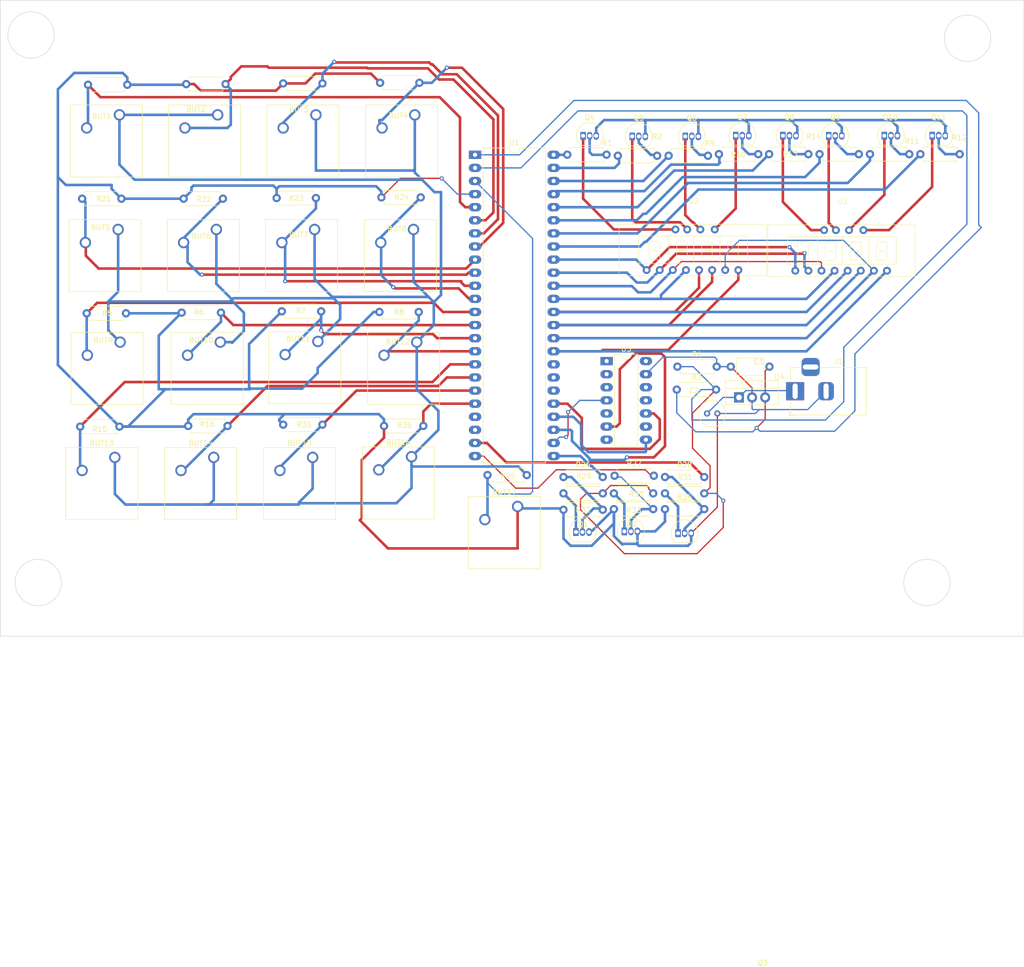
<source format=kicad_pcb>
(kicad_pcb (version 20221018) (generator pcbnew)
  (layers (0 "F.Cu" signal) (31 "B.Cu" signal) (34 "B.Paste" user) (35 "F.Paste" user) (36 "B.SilkS" user "B.Silkscreen") (37 "F.SilkS" user "F.Silkscreen") (38 "B.Mask" user) (39 "F.Mask" user) (44 "Edge.Cuts" user))
  (net 0 "")
  (net 1 "DP")
  (net 2 "CC")
  (net 3 "T4")
  (net 4 "CB")
  (net 5 "T3")
  (net 6 "T2")
  (net 7 "CA")
  (net 8 "T1")
  (net 9 "CE")
  (net 10 "CD")
  (net 11 "CG")
  (net 12 "T8")
  (net 13 "T7")
  (net 14 "T6")
  (net 15 "CF")
  (net 16 "T5")
  (net 17 "GND")
  (net 18 "B12")
  (net 19 "S3")
  (net 20 "Net-(Q6-B)")
  (net 21 "S4")
  (net 22 "Net-(Q7-B)")
  (net 23 "S7")
  (net 24 "Net-(Q10-B)")
  (net 25 "S8")
  (net 26 "Net-(Q11-B)")
  (net 27 "S5")
  (net 28 "Net-(Q8-B)")
  (net 29 "S6")
  (net 30 "Net-(Q9-B)")
  (net 31 "B14")
  (net 32 "B1")
  (net 33 "B13")
  (net 34 "B2")
  (net 35 "B3")
  (net 36 "B4")
  (net 37 "B5")
  (net 38 "B6")
  (net 39 "B7")
  (net 40 "B8")
  (net 41 "RST")
  (net 42 "VCC3V3")
  (net 43 "Net-(Q1-B)")
  (net 44 "LED A")
  (net 45 "Net-(Q2-B)")
  (net 46 "LED B")
  (net 47 "Net-(Q3-B)")
  (net 48 "LED C")
  (net 49 "Net-(Q1-C)")
  (net 50 "3.3V")
  (net 51 "Net-(Q2-C)")
  (net 52 "Net-(Q3-C)")
  (net 53 "B15")
  (net 54 "B10")
  (net 55 "B16")
  (net 56 "S1")
  (net 57 "Net-(Q4-B)")
  (net 58 "S2")
  (net 59 "Net-(Q5-B)")
  (net 60 "VCC")
  (net 61 "B9")
  (net 62 "B11")
  (net 63 "Net-(Q10-E)")
  (net 64 "Net-(U4-VI)")
  (net 65 "3V3")
  (net 66 "TMS")
  (net 67 "TCK")
  (net 68 "TDO")
  (net 69 "TDI")
  (net 72 "RX")
  (net 73 "TX")
  (footprint "Resistor_THT:R_Axial_DIN0207_L6.3mm_D2.5mm_P7.62mm_Horizontal" (layer "F.Cu") (at 151.511 133.477)
    (fp_text reference "R32")
    (fp_text value "10K")
  )
  (footprint "Resistor_THT:R_Axial_DIN0207_L6.3mm_D2.5mm_P7.62mm_Horizontal" (layer "F.Cu") (at 136.779 126.746)
    (fp_text reference "R25")
    (fp_text value "10k")
  )
  (footprint "Package_TO_SOT_THT:TO-92_Inline" (layer "F.Cu") (at 155.321 60.96)
    (fp_text reference "Q4")
    (fp_text value "BC557")
  )
  (footprint "Resistor_THT:R_Axial_DIN0207_L6.3mm_D2.5mm_P7.62mm_Horizontal" (layer "F.Cu") (at 171.196 133.35)
    (fp_text reference "R34")
    (fp_text value "10K")
  )
  (footprint "Package_TO_SOT_THT:TO-92_Inline" (layer "F.Cu") (at 173.736 138.028)
    (fp_text reference "Q3")
    (fp_text value "BC547")
  )
  (footprint "Resistor_THT:R_Axial_DIN0207_L6.3mm_D2.5mm_P7.62mm_Horizontal" (layer "F.Cu") (at 78.74 117.221)
    (fp_text reference "R16")
    (fp_text value "10k" hide)
  )
  (footprint "Package_TO_SOT_THT:TO-92_Inline" (layer "F.Cu") (at 175.133 61.066)
    (fp_text reference "Q6")
    (fp_text value "BC557")
  )
  (footprint "Resistor_THT:R_Axial_DIN0207_L6.3mm_D2.5mm_P7.62mm_Horizontal" (layer "F.Cu") (at 161.29 130.302)
    (fp_text reference "R30")
    (fp_text value "10K")
  )
  (footprint "Package_TO_SOT_THT:TO-92_Inline" (layer "F.Cu") (at 223.012 60.939)
    (fp_text reference "Q11")
    (fp_text value "BC557")
  )
  (footprint "Package_TO_SOT_THT:TO-92_Inline" (layer "F.Cu") (at 194.056 60.939)
    (fp_text reference "Q8")
    (fp_text value "BC557")
  )
  (footprint "Button_Switch_Keyboard:SW_Cherry_MX_1.00u_PCB" (layer "F.Cu") (at 122.047 123.19)
    (fp_text reference "BUT16")
    (fp_text value "SW_Push")
  )
  (footprint "Button_Switch_Keyboard:SW_Cherry_MX_1.00u_PCB" (layer "F.Cu") (at 103.886 100.838)
    (fp_text reference "BUT11")
    (fp_text value "SW_Push")
  )
  (footprint "Button_Switch_Keyboard:SW_Cherry_MX_1.00u_PCB" (layer "F.Cu") (at 64.516 123.317)
    (fp_text reference "BUT13")
    (fp_text value "SW_Push")
  )
  (footprint "Resistor_THT:R_Axial_DIN0207_L6.3mm_D2.5mm_P7.62mm_Horizontal" (layer "F.Cu") (at 161.417 126.873)
    (fp_text reference "R27")
    (fp_text value "100R")
  )
  (footprint "Resistor_THT:R_Axial_DIN0207_L6.3mm_D2.5mm_P7.62mm_Horizontal" (layer "F.Cu") (at 201.168 64.516)
    (fp_text reference "R14")
    (fp_text value "100R")
  )
  (footprint "Resistor_THT:R_Axial_DIN0207_L6.3mm_D2.5mm_P7.62mm_Horizontal" (layer "F.Cu") (at 65.786 73.152 180)
    (fp_text reference "R21")
    (fp_text value "10k" hide)
  )
  (footprint "Resistor_THT:R_Axial_DIN0207_L6.3mm_D2.5mm_P7.62mm_Horizontal" (layer "F.Cu") (at 173.609 105.7225)
    (fp_text reference "R4")
    (fp_text value "2K")
  )
  (footprint "Button_Switch_Keyboard:SW_Cherry_MX_1.00u_PCB" (layer "F.Cu") (at 84.201 79.121)
    (fp_text reference "BUT6")
    (fp_text value "SW_Push")
  )
  (footprint "Package_TO_SOT_THT:TO-220-3_Vertical" (layer "F.Cu") (at 185.547 111.6915)
    (fp_text reference "U4")
    (fp_text value "LM7805")
  )
  (footprint "Package_TO_SOT_THT:TO-92_Inline" (layer "F.Cu") (at 153.924 137.795)
    (fp_text reference "Q1")
    (fp_text value "BC547")
  )
  (footprint "Package_DIP:DIP-14_W7.62mm_LongPads" (layer "F.Cu") (at 159.878 104.643)
    (fp_text reference "U5")
    (fp_text value "~")
  )
  (footprint "Resistor_THT:R_Axial_DIN0207_L6.3mm_D2.5mm_P7.62mm_Horizontal" (layer "F.Cu") (at 77.851 73.152)
    (fp_text reference "R22")
    (fp_text value "10k" hide)
  )
  (footprint "Button_Switch_Keyboard:SW_Cherry_MX_1.00u_PCB" (layer "F.Cu") (at 142.621 132.842)
    (fp_text reference "BUT17")
    (fp_text value "SW_Push")
  )
  (footprint "Button_Switch_Keyboard:SW_Cherry_MX_1.00u_PCB" (layer "F.Cu") (at 122.682 56.896)
    (fp_text reference "BUT4")
    (fp_text value "SW_Push" hide)
  )
  (footprint "Resistor_THT:R_Axial_DIN0207_L6.3mm_D2.5mm_P7.62mm_Horizontal" (layer "F.Cu") (at 65.405 117.348 180)
    (fp_text reference "R15")
    (fp_text value "10k" hide)
  )
  (footprint "Resistor_THT:R_Axial_DIN0207_L6.3mm_D2.5mm_P7.62mm_Horizontal" (layer "F.Cu") (at 115.951 50.673)
    (fp_text reference "R20" hide)
    (fp_text value "10k")
  )
  (footprint "Button_Switch_Keyboard:SW_Cherry_MX_1.00u_PCB" (layer "F.Cu") (at 123.063 100.965)
    (fp_text reference "BUT12")
    (fp_text value "SW_Push")
  )
  (footprint "Resistor_THT:R_Axial_DIN0207_L6.3mm_D2.5mm_P7.62mm_Horizontal" (layer "F.Cu") (at 78.359 50.927)
    (fp_text reference "R18" hide)
    (fp_text value "10k")
  )
  (footprint "Button_Switch_Keyboard:SW_Cherry_MX_1.00u_PCB" (layer "F.Cu") (at 65.151 79.121)
    (fp_text reference "BUT5")
    (fp_text value "SW_Push")
  )
  (footprint "Package_TO_SOT_THT:TO-92_Inline" (layer "F.Cu") (at 184.912 60.939)
    (fp_text reference "Q7")
    (fp_text value "BC557")
  )
  (footprint "Resistor_THT:R_Axial_DIN0207_L6.3mm_D2.5mm_P7.62mm_Horizontal" (layer "F.Cu") (at 77.47 95.25)
    (fp_text reference "R6")
    (fp_text value "10k" hide)
  )
  (footprint "Resistor_THT:R_Axial_DIN0207_L6.3mm_D2.5mm_P7.62mm_Horizontal" (layer "F.Cu") (at 173.482 110.1675)
    (fp_text reference "R3")
    (fp_text value "1K")
  )
  (footprint "Resistor_THT:R_Axial_DIN0207_L6.3mm_D2.5mm_P7.62mm_Horizontal" (layer "F.Cu") (at 66.675 95.377 180)
    (fp_text reference "R5")
    (fp_text value "10k" hide)
  )
  (footprint "Button_Switch_Keyboard:SW_Cherry_MX_1.00u_PCB" (layer "F.Cu") (at 103.505 56.896)
    (fp_text reference "BUT3")
    (fp_text value "SW_Push" hide)
  )
  (footprint "Button_Switch_Keyboard:SW_Cherry_MX_1.00u_PCB" (layer "F.Cu") (at 122.428 79.121)
    (fp_text reference "BUT8")
    (fp_text value "SW_Push")
  )
  (footprint "Resistor_THT:R_Axial_DIN0207_L6.3mm_D2.5mm_P7.62mm_Horizontal" (layer "F.Cu") (at 96.901 94.996)
    (fp_text reference "R7")
    (fp_text value "10k" hide)
  )
  (footprint "Resistor_THT:R_Axial_DIN0207_L6.3mm_D2.5mm_P7.62mm_Horizontal" (layer "F.Cu") (at 220.726 64.516)
    (fp_text reference "R12")
    (fp_text value "100R")
  )
  (footprint "Resistor_THT:R_Axial_DIN0207_L6.3mm_D2.5mm_P7.62mm_Horizontal" (layer "F.Cu") (at 66.929 51.054 180)
    (fp_text reference "R17" hide)
    (fp_text value "10k")
  )
  (footprint "myCustomFootprints:KW4-281A seven segment" (layer "F.Cu") (at 205.105 75.438)
    (fp_text reference "U3")
    (fp_text value "~")
  )
  (footprint "Resistor_THT:R_Axial_DIN0207_L6.3mm_D2.5mm_P7.62mm_Horizontal" (layer "F.Cu") (at 171.196 130.302)
    (fp_text reference "R31")
    (fp_text value "10K")
  )
  (footprint "Resistor_THT:R_Axial_DIN0207_L6.3mm_D2.5mm_P7.62mm_Horizontal" (layer "F.Cu") (at 152.2476 64.6176)
    (fp_text reference "R1")
    (fp_text value "100R")
  )
  (footprint "Connector_BarrelJack:BarrelJack_Horizontal" (layer "F.Cu") (at 196.438 110.49 180)
    (fp_text reference "J1")
    (fp_text value "Jack-DC")
  )
  (footprint "Button_Switch_Keyboard:SW_Cherry_MX_1.00u_PCB" (layer "F.Cu") (at 65.405 56.896)
    (fp_text reference "BUT1")
    (fp_text value "SW_Push" hide)
  )
  (footprint "Resistor_THT:R_Axial_DIN0207_L6.3mm_D2.5mm_P7.62mm_Horizontal" (layer "F.Cu") (at 181.6608 64.516)
    (fp_text reference "R10")
    (fp_text value "100R")
  )
  (footprint "Resistor_THT:R_Axial_DIN0207_L6.3mm_D2.5mm_P7.62mm_Horizontal" (layer "F.Cu") (at 191.389 64.516)
    (fp_text reference "R13")
    (fp_text value "100R")
  )
  (footprint "Button_Switch_Keyboard:SW_Cherry_MX_1.00u_PCB" (layer "F.Cu") (at 65.532 100.965)
    (fp_text reference "BUT9")
    (fp_text value "SW_Push")
  )
  (footprint "Button_Switch_Keyboard:SW_Cherry_MX_1.00u_PCB" (layer "F.Cu") (at 84.963 100.965)
    (fp_text reference "BUT10")
    (fp_text value "SW_Push")
  )
  (footprint "Resistor_THT:R_Axial_DIN0207_L6.3mm_D2.5mm_P7.62mm_Horizontal" (layer "F.Cu") (at 210.947 64.516)
    (fp_text reference "R11")
    (fp_text value "100R")
  )
  (footprint "Resistor_THT:R_Axial_DIN0207_L6.3mm_D2.5mm_P7.62mm_Horizontal" (layer "F.Cu") (at 97.155 116.967)
    (fp_text reference "R35")
    (fp_text value "10k" hide)
  )
  (footprint "Resistor_THT:R_Axial_DIN0207_L6.3mm_D2.5mm_P7.62mm_Horizontal" (layer "F.Cu") (at 161.29 133.35)
    (fp_text reference "R33")
    (fp_text value "10K")
  )
  (footprint "Resistor_THT:R_Axial_DIN0207_L6.3mm_D2.5mm_P7.62mm_Horizontal" (layer "F.Cu") (at 151.511 130.302)
    (fp_text reference "R29")
    (fp_text value "10K")
  )
  (footprint "Package_TO_SOT_THT:TO-92_Inline" (layer "F.Cu") (at 163.322 137.668)
    (fp_text reference "Q2")
    (fp_text value "BC547")
  )
  (footprint "Button_Switch_Keyboard:SW_Cherry_MX_1.00u_PCB" (layer "F.Cu") (at 83.693 123.317)
    (fp_text reference "BUT14")
    (fp_text value "SW_Push")
  )
  (footprint "Resistor_THT:R_Axial_DIN0207_L6.3mm_D2.5mm_P7.62mm_Horizontal" (layer "F.Cu") (at 151.511 127.127)
    (fp_text reference "R26")
    (fp_text value "100R")
  )
  (footprint "Button_Switch_Keyboard:SW_Cherry_MX_1.00u_PCB" (layer "F.Cu") (at 102.87 123.317)
    (fp_text reference "BUT15")
    (fp_text value "SW_Push")
  )
  (footprint "myCustomFootprints:KW4-281A seven segment" (layer "F.Cu") (at 176.276 75.311)
    (fp_text reference "U2")
    (fp_text value "~")
  )
  (footprint "Resistor_THT:R_Axial_DIN0207_L6.3mm_D2.5mm_P7.62mm_Horizontal" (layer "F.Cu") (at 116.205 72.898)
    (fp_text reference "R24")
    (fp_text value "10k" hide)
  )
  (footprint "Package_TO_SOT_THT:TO-92_Inline" (layer "F.Cu") (at 164.846 61.066)
    (fp_text reference "Q5")
    (fp_text value "BC557")
  )
  (footprint "Resistor_THT:R_Axial_DIN0207_L6.3mm_D2.5mm_P7.62mm_Horizontal" (layer "F.Cu") (at 171.196 127.127)
    (fp_text reference "R28")
    (fp_text value "100R")
  )
  (footprint "Resistor_THT:R_Axial_DIN0207_L6.3mm_D2.5mm_P7.62mm_Horizontal" (layer "F.Cu") (at 171.9072 64.8208)
    (fp_text reference "R9")
    (fp_text value "100R")
  )
  (footprint "Resistor_THT:R_Axial_DIN0207_L6.3mm_D2.5mm_P7.62mm_Horizontal" (layer "F.Cu") (at 97.155 50.8)
    (fp_text reference "R19" hide)
    (fp_text value "10k")
  )
  (footprint "Button_Switch_Keyboard:SW_Cherry_MX_1.00u_PCB" (layer "F.Cu") (at 84.455 56.896)
    (fp_text reference "BUT2")
    (fp_text value "SW_Push" hide)
  )
  (footprint "Resistor_THT:R_Axial_DIN0207_L6.3mm_D2.5mm_P7.62mm_Horizontal" (layer "F.Cu") (at 95.885 73.025)
    (fp_text reference "R23")
    (fp_text value "10k" hide)
  )
  (footprint "Package_TO_SOT_THT:TO-92_Inline" (layer "F.Cu") (at 213.741 60.939)
    (fp_text reference "Q10")
    (fp_text value "BC557")
  )
  (footprint "Capacitor_THT:C_Axial_L5.1mm_D3.1mm_P7.50mm_Horizontal" (layer "F.Cu") (at 191.456 105.7225 180)
    (fp_text reference "C1")
    (fp_text value "0.1UF")
  )
  (footprint "Package_DIP:DIP-48_W15.24mm_LongPads" (layer "F.Cu") (at 134.366 64.643)
    (fp_text reference "U1")
    (fp_text value "~")
  )
  (footprint "Package_TO_SOT_THT:TO-92_Inline" (layer "F.Cu") (at 202.946 60.96)
    (fp_text reference "Q9")
    (fp_text value "BC557")
  )
  (footprint "Resistor_THT:R_Axial_DIN0207_L6.3mm_D2.5mm_P7.62mm_Horizontal" (layer "F.Cu") (at 116.713 117.221)
    (fp_text reference "R36")
    (fp_text value "10k" hide)
  )
  (footprint "Resistor_THT:R_Axial_DIN0207_L6.3mm_D2.5mm_P7.62mm_Horizontal" (layer "F.Cu") (at 162.052 64.8208)
    (fp_text reference "R2")
    (fp_text value "100R")
  )
  (footprint "Button_Switch_Keyboard:SW_Cherry_MX_1.00u_PCB" (layer "F.Cu") (at 103.251 79.121)
    (fp_text reference "BUT7")
    (fp_text value "SW_Push")
  )
  (footprint "Capacitor_THT:C_Radial_D5.0mm_H5.0mm_P2.00mm" (layer "F.Cu") (at 179.356 114.808)
    (fp_text reference "C2")
    (fp_text value "10UF")
  )
  (footprint "Resistor_THT:R_Axial_DIN0207_L6.3mm_D2.5mm_P7.62mm_Horizontal" (layer "F.Cu") (at 115.824 95.123)
    (fp_text reference "R8")
    (fp_text value "10k" hide)
  )
  (gr_rect (start 42.291 34.671) (end 240.792 157.988) (stroke (width 0.1)) (fill none) (layer "Edge.Cuts"))
  (gr_circle (center 221.996 147.574) (end 226.496 147.574) (stroke (width 0.1)) (fill none) (layer "Edge.Cuts"))
  (gr_circle (center 49.657 147.574) (end 54.157 147.574) (stroke (width 0.1)) (fill none) (layer "Edge.Cuts"))
  (gr_circle (center 229.87 42.037) (end 234.37 42.037) (stroke (width 0.1)) (fill none) (layer "Edge.Cuts"))
  (gr_circle (center 48.26 41.402) (end 52.76 41.402) (stroke (width 0.1)) (fill none) (layer "Edge.Cuts"))
  (segment (start 159.132 102.489) (end 158.878 102.743) (width 0.5) (layer "F.Cu") (net 1))
  (segment (start 171.831 102.489) (end 159.132 102.489) (width 0.5) (layer "F.Cu") (net 1))
  (segment (start 185.42 88.9) (end 171.831 102.489) (width 0.5) (layer "F.Cu") (net 1))
  (segment (start 185.42 86.995) (end 185.42 88.9) (width 0.5) (layer "F.Cu") (net 1))
  (segment (start 158.878 102.743) (end 149.606 102.743) (width 0.5) (layer "F.Cu") (net 1))
  (segment (start 149.606 102.743) (end 198.628 102.743) (width 0.5) (layer "B.Cu") (net 1))
  (segment (start 198.628 102.743) (end 214.249 87.122) (width 0.5) (layer "B.Cu") (net 1))
  (segment (start 201.549 85.598) (end 201.295 85.344) (width 0.25) (layer "F.Cu") (net 2))
  (segment (start 201.295 85.344) (end 174.371 85.344) (width 0.25) (layer "F.Cu") (net 2))
  (segment (start 201.549 87.122) (end 201.549 85.598) (width 0.25) (layer "F.Cu") (net 2))
  (segment (start 174.371 85.344) (end 172.72 86.995) (width 0.25) (layer "F.Cu") (net 2))
  (segment (start 168.402 91.313) (end 172.72 86.995) (width 0.5) (layer "B.Cu") (net 2))
  (segment (start 149.606 90.043) (end 149.671 90.108) (width 0.5) (layer "B.Cu") (net 2))
  (segment (start 149.671 90.108) (end 164.784 90.108) (width 0.5) (layer "B.Cu") (net 2))
  (segment (start 165.989 91.313) (end 168.402 91.313) (width 0.5) (layer "B.Cu") (net 2))
  (segment (start 164.784 90.108) (end 165.989 91.313) (width 0.5) (layer "B.Cu") (net 2))
  (segment (start 184.912 75.057) (end 180.848 79.121) (width 0.5) (layer "F.Cu") (net 3))
  (segment (start 184.912 60.939) (end 184.912 75.057) (width 0.5) (layer "F.Cu") (net 3))
  (segment (start 174.625 83.82) (end 198.12 83.82) (width 0.5) (layer "F.Cu") (net 4))
  (segment (start 173.355 83.82) (end 174.625 83.82) (width 0.5) (layer "F.Cu") (net 4))
  (segment (start 170.18 86.995) (end 173.355 83.82) (width 0.5) (layer "F.Cu") (net 4))
  (segment (start 198.12 83.82) (end 198.247 83.693) (width 0.5) (layer "F.Cu") (net 4))
  (via (at 198.247 83.693) (size 0.8) (drill 0.4) (layers "F.Cu" "B.Cu") (net 4))
  (segment (start 149.606 87.503) (end 163.83 87.503) (width 0.5) (layer "B.Cu") (net 4))
  (segment (start 165.735 89.408) (end 167.767 89.408) (width 0.5) (layer "B.Cu") (net 4))
  (segment (start 198.247 83.693) (end 198.247 86.36) (width 0.5) (layer "B.Cu") (net 4))
  (segment (start 167.767 89.408) (end 170.18 86.995) (width 0.5) (layer "B.Cu") (net 4))
  (segment (start 198.247 86.36) (end 199.009 87.122) (width 0.5) (layer "B.Cu") (net 4))
  (segment (start 163.83 87.503) (end 165.735 89.408) (width 0.5) (layer "B.Cu") (net 4))
  (segment (start 176.657 77.724) (end 178.054 79.121) (width 0.5) (layer "F.Cu") (net 5))
  (segment (start 176.53 77.724) (end 176.657 77.724) (width 0.5) (layer "F.Cu") (net 5))
  (segment (start 175.133 76.327) (end 176.53 77.724) (width 0.5) (layer "F.Cu") (net 5))
  (segment (start 175.133 61.066) (end 175.133 76.327) (width 0.5) (layer "F.Cu") (net 5))
  (segment (start 164.846 77.089) (end 165.481 77.724) (width 0.5) (layer "F.Cu") (net 6))
  (segment (start 165.481 77.724) (end 174.117 77.724) (width 0.5) (layer "F.Cu") (net 6))
  (segment (start 164.846 61.066) (end 164.846 77.089) (width 0.5) (layer "F.Cu") (net 6))
  (segment (start 174.117 77.724) (end 175.514 79.121) (width 0.5) (layer "F.Cu") (net 6))
  (segment (start 167.64 86.995) (end 172.085 82.55) (width 0.5) (layer "F.Cu") (net 7))
  (segment (start 172.085 82.55) (end 195.326 82.55) (width 0.5) (layer "F.Cu") (net 7))
  (via (at 195.326 82.55) (size 0.8) (drill 0.4) (layers "F.Cu" "B.Cu") (net 7))
  (segment (start 195.326 82.55) (end 196.469 83.693) (width 0.5) (layer "B.Cu") (net 7))
  (segment (start 149.606 84.963) (end 165.608 84.963) (width 0.5) (layer "B.Cu") (net 7))
  (segment (start 196.469 83.693) (end 196.469 87.122) (width 0.5) (layer "B.Cu") (net 7))
  (segment (start 165.608 84.963) (end 167.64 86.995) (width 0.5) (layer "B.Cu") (net 7))
  (segment (start 161.29 79.121) (end 173.228 79.121) (width 0.5) (layer "F.Cu") (net 8))
  (segment (start 155.321 73.152) (end 161.29 79.121) (width 0.5) (layer "F.Cu") (net 8))
  (segment (start 155.321 60.96) (end 155.321 73.152) (width 0.5) (layer "F.Cu") (net 8))
  (segment (start 173.101 95.123) (end 149.606 95.123) (width 0.5) (layer "F.Cu") (net 9))
  (segment (start 177.8 86.995) (end 177.8 90.424) (width 0.5) (layer "F.Cu") (net 9))
  (segment (start 177.8 90.424) (end 173.101 95.123) (width 0.5) (layer "F.Cu") (net 9))
  (segment (start 149.606 95.123) (end 198.628 95.123) (width 0.5) (layer "B.Cu") (net 9))
  (segment (start 198.628 95.123) (end 206.629 87.122) (width 0.5) (layer "B.Cu") (net 9))
  (segment (start 149.606 92.583) (end 170.434 92.583) (width 0.5) (layer "B.Cu") (net 10))
  (segment (start 198.628 92.583) (end 204.089 87.122) (width 0.5) (layer "B.Cu") (net 10))
  (segment (start 170.434 92.583) (end 198.628 92.583) (width 0.5) (layer "B.Cu") (net 10))
  (segment (start 170.434 91.821) (end 170.434 92.583) (width 0.5) (layer "B.Cu") (net 10))
  (segment (start 175.26 86.995) (end 170.434 91.821) (width 0.5) (layer "B.Cu") (net 10))
  (segment (start 185.6232 81.2292) (end 205.8162 81.2292) (width 0.25) (layer "B.Cu") (net 11))
  (segment (start 182.88 86.995) (end 182.88 83.9724) (width 0.25) (layer "B.Cu") (net 11))
  (segment (start 205.8162 81.2292) (end 211.709 87.122) (width 0.25) (layer "B.Cu") (net 11))
  (segment (start 182.88 83.9724) (end 185.6232 81.2292) (width 0.25) (layer "B.Cu") (net 11))
  (segment (start 198.628 100.203) (end 211.709 87.122) (width 0.5) (layer "B.Cu") (net 11))
  (segment (start 149.606 100.203) (end 198.628 100.203) (width 0.5) (layer "B.Cu") (net 11))
  (segment (start 214.63 79.248) (end 209.677 79.248) (width 0.5) (layer "F.Cu") (net 12))
  (segment (start 223.012 70.866) (end 214.63 79.248) (width 0.5) (layer "F.Cu") (net 12))
  (segment (start 223.012 60.939) (end 223.012 70.866) (width 0.5) (layer "F.Cu") (net 12))
  (segment (start 213.741 60.939) (end 213.741 72.39) (width 0.5) (layer "F.Cu") (net 13))
  (segment (start 213.741 72.39) (end 206.883 79.248) (width 0.5) (layer "F.Cu") (net 13))
  (segment (start 202.946 60.96) (end 202.946 77.851) (width 0.5) (layer "F.Cu") (net 14))
  (segment (start 202.946 77.851) (end 204.343 79.248) (width 0.5) (layer "F.Cu") (net 14))
  (segment (start 171.958 97.663) (end 149.606 97.663) (width 0.5) (layer "F.Cu") (net 15))
  (segment (start 180.34 89.281) (end 171.958 97.663) (width 0.5) (layer "F.Cu") (net 15))
  (segment (start 180.34 89.281) (end 180.34 86.995) (width 0.5) (layer "F.Cu") (net 15))
  (segment (start 149.606 97.663) (end 198.628 97.663) (width 0.5) (layer "B.Cu") (net 15))
  (segment (start 198.628 97.663) (end 209.169 87.122) (width 0.5) (layer "B.Cu") (net 15))
  (segment (start 194.056 60.939) (end 194.056 73.787) (width 0.5) (layer "F.Cu") (net 16))
  (segment (start 194.056 73.787) (end 199.517 79.248) (width 0.5) (layer "F.Cu") (net 16))
  (segment (start 199.517 79.248) (end 202.057 79.248) (width 0.5) (layer "F.Cu") (net 16))
  (segment (start 112.014 135.509) (end 117.475 140.97) (width 0.5) (layer "F.Cu") (net 17))
  (segment (start 116.713 119.507) (end 112.395 123.825) (width 0.5) (layer "F.Cu") (net 17))
  (segment (start 81.153 52.197) (end 95.758 52.197) (width 0.5) (layer "F.Cu") (net 17))
  (segment (start 101.473 50.8) (end 103.378 48.895) (width 0.5) (layer "F.Cu") (net 17))
  (segment (start 181.356 132.948) (end 176.276 138.028) (width 0.25) (layer "F.Cu") (net 17))
  (segment (start 103.378 48.895) (end 114.173 48.895) (width 0.5) (layer "F.Cu") (net 17))
  (segment (start 181.356 114.808) (end 181.356 132.948) (width 0.25) (layer "F.Cu") (net 17))
  (segment (start 188.087 111.6915) (end 188.087 109.8535) (width 0.25) (layer "F.Cu") (net 17))
  (segment (start 127.889 69.215) (end 119.888 69.215) (width 0.25) (layer "F.Cu") (net 17))
  (segment (start 142.621 140.97) (end 142.621 132.842) (width 0.5) (layer "F.Cu") (net 17))
  (segment (start 119.888 69.215) (end 116.205 72.898) (width 0.25) (layer "F.Cu") (net 17))
  (segment (start 112.395 123.825) (end 112.395 135.128) (width 0.5) (layer "F.Cu") (net 17))
  (segment (start 188.087 109.8535) (end 183.956 105.7225) (width 0.25) (layer "F.Cu") (net 17))
  (segment (start 114.173 48.895) (end 115.951 50.673) (width 0.5) (layer "F.Cu") (net 17))
  (segment (start 116.713 117.221) (end 116.713 119.507) (width 0.5) (layer "F.Cu") (net 17))
  (segment (start 97.155 50.8) (end 101.473 50.8) (width 0.5) (layer "F.Cu") (net 17))
  (segment (start 95.758 52.197) (end 97.155 50.8) (width 0.5) (layer "F.Cu") (net 17))
  (segment (start 78.359 50.927) (end 79.883 50.927) (width 0.5) (layer "F.Cu") (net 17))
  (segment (start 117.475 140.97) (end 142.621 140.97) (width 0.5) (layer "F.Cu") (net 17))
  (segment (start 79.883 50.927) (end 81.153 52.197) (width 0.5) (layer "F.Cu") (net 17))
  (segment (start 112.395 135.128) (end 112.014 135.509) (width 0.5) (layer "F.Cu") (net 17))
  (via (at 127.889 69.215) (size 0.8) (drill 0.4) (layers "F.Cu" "B.Cu") (net 17))
  (segment (start 103.846 105.96963) (end 103.846 106.953534) (width 0.5) (layer "B.Cu") (net 17))
  (segment (start 56.642 48.768) (end 53.467 51.943) (width 0.5) (layer "B.Cu") (net 17))
  (segment (start 198.882 114.046) (end 189.484 114.046) (width 0.25) (layer "B.Cu") (net 17))
  (segment (start 100.817534 109.982) (end 90.805 109.982) (width 0.5) (layer "B.Cu") (net 17))
  (segment (start 116.713 117.221) (end 116.713 115.951) (width 0.5) (layer "B.Cu") (net 17))
  (segment (start 95.25 70.612) (end 79.756 70.612) (width 0.5) (layer "B.Cu") (net 17))
  (segment (start 78.613 117.348) (end 78.74 117.221) (width 0.5) (layer "B.Cu") (net 17))
  (segment (start 66.929 49.657) (end 66.04 48.768) (width 0.5) (layer "B.Cu") (net 17))
  (segment (start 156.972 140.462) (end 161.29 136.144) (width 0.5) (layer "B.Cu") (net 17))
  (segment (start 73.025 99.695) (end 77.47 95.25) (width 0.5) (layer "B.Cu") (net 17))
  (segment (start 115.824 95.123) (end 114.69263 95.123) (width 0.5) (layer "B.Cu") (net 17))
  (segment (start 65.786 73.152) (end 77.851 73.152) (width 0.5) (layer "B.Cu") (net 17))
  (segment (start 90.805 109.982) (end 90.551 109.728) (width 0.5) (layer "B.Cu") (net 17))
  (segment (start 53.467 68.961) (end 54.991 70.485) (width 0.5) (layer "B.Cu") (net 17))
  (segment (start 165.735 140.081) (end 165.862 139.954) (width 0.5) (layer "B.Cu") (net 17))
  (segment (start 74.295 110.109) (end 67.056 117.348) (width 0.5) (layer "B.Cu") (net 17))
  (segment (start 95.885 73.025) (end 95.885 71.247) (width 0.5) (layer "B.Cu") (net 17))
  (segment (start 188.722 114.808) (end 189.484 114.046) (width 0.25) (layer "B.Cu") (net 17))
  (segment (start 114.69263 95.123) (end 103.846 105.96963) (width 0.5) (layer "B.Cu") (net 17))
  (segment (start 66.929 51.054) (end 78.232 51.054) (width 0.5) (layer "B.Cu") (net 17))
  (segment (start 63.881 71.247) (end 65.786 73.152) (width 0.5) (layer "B.Cu") (net 17))
  (segment (start 170.795 103.886) (end 167.498 107.183) (width 0.25) (layer "B.Cu") (net 17))
  (segment (start 163.068 140.081) (end 165.735 140.081) (width 0.5) (layer "B.Cu") (net 17))
  (segment (start 181.356 114.808) (end 188.722 114.808) (width 0.25) (layer "B.Cu") (net 17))
  (segment (start 53.467 105.41) (end 65.405 117.348) (width 0.5) (layer "B.Cu") (net 17))
  (segment (start 143.002 133.223) (end 142.621 132.842) (width 0.5) (layer "B.Cu") (net 17))
  (segment (start 103.846 106.953534) (end 100.817534 109.982) (width 0.5) (layer "B.Cu") (net 17))
  (segment (start 66.04 48.768) (end 56.642 48.768) (width 0.5) (layer "B.Cu") (net 17))
  (segment (start 181.229 104.267) (end 180.848 103.886) (width 0.25) (layer "B.Cu") (net 17))
  (segment (start 180.848 103.886) (end 170.795 103.886) (width 0.25) (layer "B.Cu") (net 17))
  (segment (start 54.991 70.485) (end 63.881 70.485) (width 0.5) (layer "B.Cu") (net 17))
  (segment (start 169.291 137.668) (end 165.862 137.668) (width 0.5) (layer "B.Cu") (net 17))
  (segment (start 66.675 95.377) (end 77.343 95.377) (width 0.5) (layer "B.Cu") (net 17))
  (segment (start 115.697 114.935) (end 97.409 114.935) (width 0.5) (layer "B.Cu") (net 17))
  (segment (start 79.375 71.628) (end 77.851 73.152) (width 0.5) (layer "B.Cu") (net 17))
  (segment (start 188.214 114.046) (end 188.087 113.919) (width 0.25) (layer "B.Cu") (net 17))
  (segment (start 176.276 139.827) (end 175.641 140.462) (width 0.5) (layer "B.Cu") (net 17))
  (segment (start 161.29 136.144) (end 161.29 133.35) (width 0.5) (layer "B.Cu") (net 17))
  (segment (start 156.464 137.541) (end 157.099 137.541) (width 0.5) (layer "B.Cu") (net 17))
  (segment (start 134.366 72.263) (end 130.937 72.263) (width 0.25) (layer "B.Cu") (net 17))
  (segment (start 79.375 70.993) (end 79.375 71.628) (width 0.5) (layer "B.Cu") (net 17))
  (segment (start 66.929 51.054) (end 66.929 49.657) (width 0.5) (layer "B.Cu") (net 17))
  (segment (start 96.393 116.205) (end 97.155 116.967) (width 0.5) (layer "B.Cu") (net 17))
  (segment (start 189.484 114.046) (end 188.214 114.046) (width 0.25) (layer "B.Cu") (net 17))
  (segment (start 166.116 140.462) (end 165.735 140.081) (width 0.5) (layer "B.Cu") (net 17))
  (segment (start 90.678 110.109) (end 74.295 110.109) (width 0.5) (layer "B.Cu") (net 17))
  (segment (start 116.205 71.755) (end 115.189 70.739) (width 0.5) (layer "B.Cu") (net 17))
  (segment (start 181.229 105.7225) (end 181.229 104.267) (width 0.25) (layer "B.Cu") (net 17))
  (segment (start 90.805 109.982) (end 90.678 110.109) (width 0.5) (layer "B.Cu") (net 17))
  (segment (start 78.232 51.054) (end 78.359 50.927) (width 0.5) (layer "B.Cu") (net 17))
  (segment (start 65.405 117.348) (end 78.613 117.348) (width 0.5) (layer "B.Cu") (net 17))
  (segment (start 115.189 70.739) (end 96.393 70.739) (width 0.5) (layer "B.Cu") (net 17))
  (segment (start 175.641 140.462) (end 166.116 140.462) (width 0.5) (layer "B.Cu") (net 17))
  (segment (start 67.056 117.348) (end 65.405 117.348) (width 0.5) (layer "B.Cu") (net 17))
  (segment (start 96.393 70.739) (end 95.885 71.247) (width 0.5) (layer "B.Cu") (net 17))
  (segment (start 151.511 139.065) (end 152.908 140.462) (width 0.5) (layer "B.Cu") (net 17))
  (segment (start 63.881 70.485) (end 63.881 71.247) (width 0.5) (layer "B.Cu") (net 17))
  (segment (start 73.025 110.109) (end 73.025 99.695) (width 0.5) (layer "B.Cu") (net 17))
  (segment (start 151.511 133.223) (end 143.002 133.223) (width 0.5) (layer "B.Cu") (net 17))
  (segment (start 90.551 101.346) (end 96.901 94.996) (width 0.5) (layer "B.Cu") (net 17))
  (segment (start 202.438 110.49) (end 198.882 114.046) (width 0.25) (layer "B.Cu") (net 17))
  (segment (start 130.937 72.263) (end 127.889 69.215) (width 0.25) (layer "B.Cu") (net 17))
  (segment (start 183.956 105.7225) (end 181.229 105.7225) (width 0.25) (layer "B.Cu") (net 17))
  (segment (start 78.74 115.951) (end 79.756 114.935) (width 0.5) (layer "B.Cu") (net 17))
  (segment (start 151.511 133.223) (end 151.511 139.065) (width 0.5) (layer "B.Cu") (net 17))
  (segment (start 77.343 95.377) (end 77.47 95.25) (width 0.5) (layer "B.Cu") (net 17))
  (segment (start 79.756 114.935) (end 97.409 114.935) (width 0.5) (layer "B.Cu") (net 17))
  (segment (start 96.393 115.951) (end 96.393 116.205) (width 0.5) (layer "B.Cu") (net 17))
  (segment (start 171.196 133.35) (end 171.196 135.763) (width 0.5) (layer "B.Cu") (net 17))
  (segment (start 171.196 135.763) (end 169.291 137.668) (width 0.5) (layer "B.Cu") (net 17))
  (segment (start 116.713 115.951) (end 115.697 114.935) (width 0.5) (layer "B.Cu") (net 17))
  (segment (start 157.099 137.541) (end 161.29 133.35) (width 0.5) (layer "B.Cu") (net 17))
  (segment (start 79.756 70.612) (end 79.375 70.993) (width 0.5) (layer "B.Cu") (net 17))
  (segment (start 162.941 140.208) (end 163.068 140.081) (width 0.5) (layer "B.Cu") (net 17))
  (segment (start 90.551 109.728) (end 90.551 101.346) (width 0.5) (layer "B.Cu") (net 17))
  (segment (start 95.885 71.247) (end 95.25 70.612) (width 0.5) (layer "B.Cu") (net 17))
  (segment (start 161.29 138.557) (end 162.941 140.208) (width 0.5) (layer "B.Cu") (net 17))
  (segment (start 176.276 138.028) (end 176.276 139.827) (width 0.5) (layer "B.Cu") (net 17))
  (segment (start 97.409 114.935) (end 96.393 115.951) (width 0.5) (layer "B.Cu") (net 17))
  (segment (start 161.29 133.35) (end 161.29 138.557) (width 0.5) (layer "B.Cu") (net 17))
  (segment (start 78.74 117.221) (end 78.74 115.951) (width 0.5) (layer "B.Cu") (net 17))
  (segment (start 152.908 140.462) (end 156.972 140.462) (width 0.5) (layer "B.Cu") (net 17))
  (segment (start 165.862 139.954) (end 165.862 137.668) (width 0.5) (layer "B.Cu") (net 17))
  (segment (start 74.295 110.109) (end 73.025 110.109) (width 0.5) (layer "B.Cu") (net 17))
  (segment (start 53.467 51.943) (end 53.467 68.961) (width 0.5) (layer "B.Cu") (net 17))
  (segment (start 188.087 113.919) (end 188.087 111.6915) (width 0.25) (layer "B.Cu") (net 17))
  (segment (start 53.467 68.961) (end 53.467 105.41) (width 0.5) (layer "B.Cu") (net 17))
  (segment (start 116.205 72.898) (end 116.205 71.755) (width 0.5) (layer "B.Cu") (net 17))
  (segment (start 117.475 102.743) (end 116.713 103.505) (width 0.5) (layer "F.Cu") (net 18))
  (segment (start 134.366 102.743) (end 117.475 102.743) (width 0.5) (layer "F.Cu") (net 18))
  (segment (start 123.444 96.774) (end 116.713 103.505) (width 0.5) (layer "B.Cu") (net 18))
  (segment (start 123.444 95.123) (end 123.444 96.774) (width 0.5) (layer "B.Cu") (net 18))
  (segment (start 167.005 69.723) (end 149.606 69.723) (width 0.5) (layer "B.Cu") (net 19))
  (segment (start 172.085 64.643) (end 167.005 69.723) (width 0.5) (layer "B.Cu") (net 19))
  (segment (start 176.403 61.066) (end 176.403 63.119) (width 0.5) (layer "B.Cu") (net 20))
  (segment (start 177.927 64.643) (end 179.705 64.643) (width 0.5) (layer "B.Cu") (net 20))
  (segment (start 176.403 63.119) (end 177.927 64.643) (width 0.5) (layer "B.Cu") (net 20))
  (segment (start 181.864 66.167) (end 181.737 66.04) (width 0.5) (layer "B.Cu") (net 21))
  (segment (start 167.201 71.686) (end 172.339 66.548) (width 0.5) (layer "B.Cu") (net 21))
  (segment (start 150.183 71.686) (end 167.201 71.686) (width 0.5) (layer "B.Cu") (net 21))
  (segment (start 149.606 72.263) (end 150.183 71.686) (width 0.5) (layer "B.Cu") (net 21))
  (segment (start 172.339 66.548) (end 181.483 66.548) (width 0.5) (layer "B.Cu") (net 21))
  (segment (start 181.737 66.04) (end 181.737 64.516) (width 0.5) (layer "B.Cu") (net 21))
  (segment (start 181.483 66.548) (end 181.864 66.167) (width 0.5) (layer "B.Cu") (net 21))
  (segment (start 187.452 64.516) (end 189.357 64.516) (width 0.5) (layer "B.Cu") (net 22))
  (segment (start 186.182 63.246) (end 187.452 64.516) (width 0.5) (layer "B.Cu") (net 22))
  (segment (start 186.182 60.939) (end 186.182 63.246) (width 0.5) (layer "B.Cu") (net 22))
  (segment (start 210.947 64.516) (end 210.947 65.786) (width 0.5) (layer "B.Cu") (net 23))
  (segment (start 210.947 65.786) (end 206.629 70.104) (width 0.5) (layer "B.Cu") (net 23))
  (segment (start 206.629 70.104) (end 175.641 70.104) (width 0.5) (layer "B.Cu") (net 23))
  (segment (start 175.641 70.104) (end 165.862 79.883) (width 0.5) (layer "B.Cu") (net 23))
  (segment (start 165.862 79.883) (end 149.606 79.883) (width 0.5) (layer "B.Cu") (net 23))
  (segment (start 215.011 60.939) (end 215.011 62.738) (width 0.5) (layer "B.Cu") (net 24))
  (segment (start 215.011 62.738) (end 216.789 64.516) (width 0.5) (layer "B.Cu") (net 24))
  (segment (start 216.789 64.516) (end 218.567 64.516) (width 0.5) (layer "B.Cu") (net 24))
  (segment (start 167.259 81.534) (end 166.37 82.423) (width 0.5) (layer "B.Cu") (net 25))
  (segment (start 177.673 71.374) (end 167.513 81.534) (width 0.5) (layer "B.Cu") (net 25))
  (segment (start 167.513 81.534) (end 167.259 81.534) (width 0.5) (layer "B.Cu") (net 25))
  (segment (start 213.868 71.374) (end 177.673 71.374) (width 0.5) (layer "B.Cu") (net 25))
  (segment (start 220.726 64.516) (end 213.868 71.374) (width 0.5) (layer "B.Cu") (net 25))
  (segment (start 166.37 82.423) (end 149.606 82.423) (width 0.5) (layer "B.Cu") (net 25))
  (segment (start 224.282 63.246) (end 225.552 64.516) (width 0.5) (layer "B.Cu") (net 26))
  (segment (start 224.282 60.939) (end 224.282 63.246) (width 0.5) (layer "B.Cu") (net 26))
  (segment (start 225.552 64.516) (end 228.346 64.516) (width 0.5) (layer "B.Cu") (net 26))
  (segment (start 172.974 67.691) (end 165.862 74.803) (width 0.5) (layer "B.Cu") (net 27))
  (segment (start 191.389 64.516) (end 188.214 67.691) (width 0.5) (layer "B.Cu") (net 27))
  (segment (start 165.862 74.803) (end 149.606 74.803) (width 0.5) (layer "B.Cu") (net 27))
  (segment (start 188.214 67.691) (end 172.974 67.691) (width 0.5) (layer "B.Cu") (net 27))
  (segment (start 196.342 64.516) (end 199.009 64.516) (width 0.5) (layer "B.Cu") (net 28))
  (segment (start 195.326 60.939) (end 195.326 63.754) (width 0.5) (layer "B.Cu") (net 28))
  (segment (start 195.326 63.754) (end 196.215 64.643) (width 0.5) (layer "B.Cu") (net 28))
  (segment (start 196.215 64.643) (end 196.342 64.516) (width 0.5) (layer "B.Cu") (net 28))
  (segment (start 201.168 64.516) (end 201.168 66.167) (width 0.5) (layer "B.Cu") (net 29))
  (segment (start 167.513 76.073) (end 167.005 76.073) (width 0.5) (layer "B.Cu") (net 29))
  (segment (start 167.005 76.073) (end 165.735 77.343) (width 0.5) (layer "B.Cu") (net 29))
  (segment (start 165.735 77.343) (end 149.606 77.343) (width 0.5) (layer "B.Cu") (net 29))
  (segment (start 174.625 68.961) (end 167.513 76.073) (width 0.5) (layer "B.Cu") (net 29))
  (segment (start 201.168 66.167) (end 198.374 68.961) (width 0.5) (layer "B.Cu") (net 29))
  (segment (start 198.374 68.961) (end 174.625 68.961) (width 0.5) (layer "B.Cu") (net 29))
  (segment (start 204.216 62.21) (end 206.522 64.516) (width 0.5) (layer "B.Cu") (net 30))
  (segment (start 204.216 60.96) (end 204.216 62.21) (width 0.5) (layer "B.Cu") (net 30))
  (segment (start 206.522 64.516) (end 208.788 64.516) (width 0.5) (layer "B.Cu") (net 30))
  (segment (start 94.107 109.474) (end 86.36 117.221) (width 0.5) (layer "F.Cu") (net 31))
  (segment (start 127.254 109.474) (end 94.107 109.474) (width 0.5) (layer "F.Cu") (net 31))
  (segment (start 134.366 107.823) (end 128.905 107.823) (width 0.5) (layer "F.Cu") (net 31))
  (segment (start 128.905 107.823) (end 127.254 109.474) (width 0.5) (layer "F.Cu") (net 31))
  (segment (start 77.724 125.857) (end 77.343 125.857) (width 0.5) (layer "B.Cu") (net 31))
  (segment (start 86.36 117.221) (end 77.724 125.857) (width 0.5) (layer "B.Cu") (net 31))
  (segment (start 131.445 57.404) (end 127.508 53.467) (width 0.5) (layer "F.Cu") (net 32))
  (segment (start 132.461 74.803) (end 131.445 73.787) (width 0.5) (layer "F.Cu") (net 32))
  (segment (start 131.445 73.787) (end 131.445 57.404) (width 0.5) (layer "F.Cu") (net 32))
  (segment (start 134.366 74.803) (end 132.461 74.803) (width 0.5) (layer "F.Cu") (net 32))
  (segment (start 127.508 53.467) (end 61.722 53.467) (width 0.5) (layer "F.Cu") (net 32))
  (segment (start 61.722 53.467) (end 59.309 51.054) (width 0.5) (layer "F.Cu") (net 32))
  (segment (start 59.309 59.182) (end 59.055 59.436) (width 0.5) (layer "B.Cu") (net 32))
  (segment (start 59.309 51.054) (end 59.309 59.182) (width 0.5) (layer "B.Cu") (net 32))
  (segment (start 126.111 108.712) (end 66.421 108.712) (width 0.5) (layer "F.Cu") (net 33))
  (segment (start 134.366 105.283) (end 129.54 105.283) (width 0.5) (layer "F.Cu") (net 33))
  (segment (start 129.54 105.283) (end 126.111 108.712) (width 0.5) (layer "F.Cu") (net 33))
  (segment (start 66.421 108.712) (end 57.785 117.348) (width 0.5) (layer "F.Cu") (net 33))
  (segment (start 57.785 125.476) (end 58.166 125.857) (width 0.5) (layer "B.Cu") (net 33))
  (segment (start 57.785 117.348) (end 57.785 125.476) (width 0.5) (layer "B.Cu") (net 33))
  (segment (start 130.175 50.038) (end 127.381 50.038) (width 0.5) (layer "F.Cu") (net 34))
  (segment (start 136.398 77.343) (end 137.922 75.819) (width 0.5) (layer "F.Cu") (net 34))
  (segment (start 127.381 50.038) (end 125.222 47.879) (width 0.5) (layer "F.Cu") (net 34))
  (segment (start 86.995 49.53) (end 86.995 49.911) (width 0.5) (layer "F.Cu") (net 34))
  (segment (start 94.361 47.752) (end 94.107 47.498) (width 0.5) (layer "F.Cu") (net 34))
  (segment (start 134.366 77.343) (end 136.398 77.343) (width 0.5) (layer "F.Cu") (net 34))
  (segment (start 125.222 47.879) (end 113.538 47.879) (width 0.5) (layer "F.Cu") (net 34))
  (segment (start 86.995 49.911) (end 85.979 50.927) (width 0.5) (layer "F.Cu") (net 34))
  (segment (start 94.107 47.498) (end 89.027 47.498) (width 0.5) (layer "F.Cu") (net 34))
  (segment (start 89.027 47.498) (end 86.995 49.53) (width 0.5) (layer "F.Cu") (net 34))
  (segment (start 137.922 75.819) (end 137.922 57.785) (width 0.5) (layer "F.Cu") (net 34))
  (segment (start 113.411 47.752) (end 94.361 47.752) (width 0.5) (layer "F.Cu") (net 34))
  (segment (start 137.922 57.785) (end 130.175 50.038) (width 0.5) (layer "F.Cu") (net 34))
  (segment (start 113.538 47.879) (end 113.411 47.752) (width 0.5) (layer "F.Cu") (net 34))
  (segment (start 86.36 59.436) (end 86.995 58.801) (width 0.5) (layer "B.Cu") (net 34))
  (segment (start 78.105 59.436) (end 86.36 59.436) (width 0.5) (layer "B.Cu") (net 34))
  (segment (start 86.995 58.801) (end 86.995 51.943) (width 0.5) (layer "B.Cu") (net 34))
  (segment (start 86.995 51.943) (end 85.979 50.927) (width 0.5) (layer "B.Cu") (net 34))
  (segment (start 132.842 51.054) (end 130.81 49.022) (width 0.5) (layer "F.Cu") (net 35))
  (segment (start 134.366 79.883) (end 136.066 79.883) (width 0.5) (layer "F.Cu") (net 35))
  (segment (start 125.349 46.736) (end 107.188 46.736) (width 0.5) (layer "F.Cu") (net 35))
  (segment (start 125.857 47.117) (end 125.476 46.736) (width 0.5) (layer "F.Cu") (net 35))
  (segment (start 107.188 46.736) (end 107.061 46.609) (width 0.5) (layer "F.Cu") (net 35))
  (segment (start 125.476 46.736) (end 125.349 46.736) (width 0.5) (layer "F.Cu") (net 35))
  (segment (start 138.811 77.138) (end 138.811 62.865) (width 0.5) (layer "F.Cu") (net 35))
  (segment (start 126.111 47.117) (end 125.857 47.117) (width 0.5) (layer "F.Cu") (net 35))
  (segment (start 136.066 79.883) (end 138.811 77.138) (width 0.5) (layer "F.Cu") (net 35))
  (segment (start 138.811 62.865) (end 138.811 57.023) (width 0.5) (layer "F.Cu") (net 35))
  (segment (start 130.81 49.022) (end 128.016 49.022) (width 0.5) (layer "F.Cu") (net 35))
  (segment (start 138.811 57.023) (end 132.842 51.054) (width 0.5) (layer "F.Cu") (net 35))
  (segment (start 128.016 49.022) (end 126.111 47.117) (width 0.5) (layer "F.Cu") (net 35))
  (via (at 107.061 46.609) (size 0.8) (drill 0.4) (layers "F.Cu" "B.Cu") (net 35))
  (segment (start 104.775 50.8) (end 97.155 58.42) (width 0.5) (layer "B.Cu") (net 35))
  (segment (start 97.155 58.42) (end 97.155 59.436) (width 0.5) (layer "B.Cu") (net 35))
  (segment (start 104.775 48.895) (end 104.775 50.8) (width 0.5) (layer "B.Cu") (net 35))
  (segment (start 107.061 46.609) (end 104.775 48.895) (width 0.5) (layer "B.Cu") (net 35))
  (segment (start 139.827 77.851) (end 139.827 55.753) (width 0.5) (layer "F.Cu") (net 36))
  (segment (start 134.366 82.423) (end 135.255 82.423) (width 0.5) (layer "F.Cu") (net 36))
  (segment (start 139.827 55.753) (end 131.826 47.752) (width 0.5) (layer "F.Cu") (net 36))
  (segment (start 131.826 47.752) (end 128.905 47.752) (width 0.5) (layer "F.Cu") (net 36))
  (segment (start 135.255 82.423) (end 139.827 77.851) (width 0.5) (layer "F.Cu") (net 36))
  (via (at 128.905 47.752) (size 0.8) (drill 0.4) (layers "F.Cu" "B.Cu") (net 36))
  (segment (start 123.571 50.673) (end 125.984 50.673) (width 0.5) (layer "B.Cu") (net 36))
  (segment (start 125.984 50.673) (end 128.905 47.752) (width 0.5) (layer "B.Cu") (net 36))
  (segment (start 115.824 57.912) (end 115.824 58.928) (width 0.5) (layer "B.Cu") (net 36))
  (segment (start 123.571 50.673) (end 116.332 57.912) (width 0.5) (layer "B.Cu") (net 36))
  (segment (start 116.332 57.912) (end 115.824 57.912) (width 0.5) (layer "B.Cu") (net 36))
  (segment (start 115.824 58.928) (end 116.332 59.436) (width 0.5) (layer "B.Cu") (net 36))
  (segment (start 61.381 86.701) (end 58.881 84.201) (width 0.5) (layer "F.Cu") (net 37))
  (segment (start 132.628 86.701) (end 61.381 86.701) (width 0.5) (layer "F.Cu") (net 37))
  (segment (start 58.881 84.201) (end 58.881 81.741) (width 0.5) (layer "F.Cu") (net 37))
  (segment (start 58.881 81.741) (end 58.801 81.661) (width 0.5) (layer "F.Cu") (net 37))
  (segment (start 134.366 84.963) (end 132.628 86.701) (width 0.5) (layer "F.Cu") (net 37))
  (segment (start 58.801 73.787) (end 58.166 73.152) (width 0.5) (layer "B.Cu") (net 37))
  (segment (start 58.801 81.661) (end 58.801 73.787) (width 0.5) (layer "B.Cu") (net 37))
  (segment (start 133.096 87.503) (end 132.715 87.884) (width 0.5) (layer "F.Cu") (net 38))
  (segment (start 132.715 87.884) (end 81.407 87.884) (width 0.5) (layer "F.Cu") (net 38))
  (segment (start 134.366 87.503) (end 133.096 87.503) (width 0.5) (layer "F.Cu") (net 38))
  (via (at 81.407 87.884) (size 0.8) (drill 0.4) (layers "F.Cu" "B.Cu") (net 38))
  (segment (start 78.613 82.423) (end 77.851 81.661) (width 0.5) (layer "B.Cu") (net 38))
  (segment (start 77.851 80.772) (end 77.851 81.661) (width 0.5) (layer "B.Cu") (net 38))
  (segment (start 81.407 87.884) (end 81.026 87.884) (width 0.5) (layer "B.Cu") (net 38))
  (segment (start 81.026 87.884) (end 78.613 85.471) (width 0.5) (layer "B.Cu") (net 38))
  (segment (start 85.471 73.152) (end 77.851 80.772) (width 0.5) (layer "B.Cu") (net 38))
  (segment (start 78.613 85.471) (end 78.613 82.423) (width 0.5) (layer "B.Cu") (net 38))
  (segment (start 131.699 89.154) (end 97.536 89.154) (width 0.5) (layer "F.Cu") (net 39))
  (segment (start 132.08 89.789) (end 131.699 89.408) (width 0.5) (layer "F.Cu") (net 39))
  (segment (start 134.366 90.043) (end 132.334 90.043) (width 0.5) (layer "F.Cu") (net 39))
  (segment (start 131.699 89.408) (end 131.699 89.154) (width 0.5) (layer "F.Cu") (net 39))
  (segment (start 132.334 90.043) (end 132.08 89.789) (width 0.5) (layer "F.Cu") (net 39))
  (via (at 97.536 89.154) (size 0.8) (drill 0.4) (layers "F.Cu" "B.Cu") (net 39))
  (segment (start 103.505 75.057) (end 96.901 81.661) (width 0.5) (layer "B.Cu") (net 39))
  (segment (start 97.536 89.154) (end 97.536 82.296) (width 0.5) (layer "B.Cu") (net 39))
  (segment (start 97.536 82.296) (end 96.901 81.661) (width 0.5) (layer "B.Cu") (net 39))
  (segment (start 103.505 73.025) (end 103.505 75.057) (width 0.5) (layer "B.Cu") (net 39))
  (segment (start 118.745 90.551) (end 118.491 90.297) (width 0.5) (layer "F.Cu") (net 40))
  (segment (start 133.223 92.583) (end 131.191 90.551) (width 0.5) (layer "F.Cu") (net 40))
  (segment (start 131.191 90.551) (end 118.745 90.551) (width 0.5) (layer "F.Cu") (net 40))
  (segment (start 134.366 92.583) (end 133.223 92.583) (width 0.5) (layer "F.Cu") (net 40))
  (via (at 118.491 90.297) (size 0.8) (drill 0.4) (layers "F.Cu" "B.Cu") (net 40))
  (segment (start 116.078 80.645) (end 116.078 81.661) (width 0.5) (layer "B.Cu") (net 40))
  (segment (start 116.158 87.964) (end 116.158 81.741) (width 0.5) (layer "B.Cu") (net 40))
  (segment (start 116.158 81.741) (end 116.078 81.661) (width 0.5) (layer "B.Cu") (net 40))
  (segment (start 118.491 90.297) (end 116.158 87.964) (width 0.5) (layer "B.Cu") (net 40))
  (segment (start 123.825 72.898) (end 116.078 80.645) (width 0.5) (layer "B.Cu") (net 40))
  (segment (start 145.524 129.939) (end 145.034 130.429) (width 0.25) (layer "B.Cu") (net 41))
  (segment (start 145.524 80.881) (end 145.524 129.939) (width 0.25) (layer "B.Cu") (net 41))
  (segment (start 145.034 130.429) (end 138.938 130.429) (width 0.25) (layer "B.Cu") (net 41))
  (segment (start 136.779 134.874) (end 136.271 135.382) (width 0.5) (layer "B.Cu") (net 41))
  (segment (start 134.366 69.723) (end 145.524 80.881) (width 0.25) (layer "B.Cu") (net 41))
  (segment (start 138.938 130.429) (end 136.779 128.27) (width 0.25) (layer "B.Cu") (net 41))
  (segment (start 136.779 128.27) (end 136.779 134.874) (width 0.5) (layer "B.Cu") (net 41))
  (segment (start 136.779 126.746) (end 136.779 128.27) (width 0.5) (layer "B.Cu") (net 41))
  (segment (start 63.246 98.679) (end 63.246 93.091) (width 0.5) (layer "B.Cu") (net 42))
  (segment (start 125.349 92.202) (end 106.934 92.202) (width 0.5) (layer "B.Cu") (net 42))
  (segment (start 65.151 91.186) (end 63.246 93.091) (width 0.5) (layer "B.Cu") (net 42))
  (segment (start 87.503 92.456) (end 87.249 92.71) (width 0.5) (layer "B.Cu") (net 42))
  (segment (start 122.047 129.265534) (end 122.047 124.841) (width 0.5) (layer "B.Cu") (net 42))
  (segment (start 122.428 89.281) (end 125.349 92.202) (width 0.5) (layer "B.Cu") (net 42))
  (segment (start 64.516 130.429) (end 66.548 132.461) (width 0.5) (layer "B.Cu") (net 42))
  (segment (start 64.516 123.317) (end 64.516 130.429) (width 0.5) (layer "B.Cu") (net 42))
  (segment (start 144.399 126.746) (end 142.748 125.095) (width 0.5) (layer "B.Cu") (net 42))
  (segment (start 84.201 79.121) (end 84.201 89.662) (width 0.5) (layer "B.Cu") (net 42))
  (segment (start 87.249 101.092) (end 87.122 100.965) (width 0.5) (layer "B.Cu") (net 42))
  (segment (start 119.105534 132.207) (end 122.047 129.265534) (width 0.5) (layer "B.Cu") (net 42))
  (segment (start 87.122 100.965) (end 84.963 100.965) (width 0.5) (layer "B.Cu") (net 42))
  (segment (start 127.254 114.3) (end 127.254 117.983) (width 0.5) (layer "B.Cu") (net 42))
  (segment (start 126.492 71.882) (end 127.762 71.882) (width 0.5) (layer "B.Cu") (net 42))
  (segment (start 108.204 96.52) (end 108.204 93.726) (width 0.5) (layer "B.Cu") (net 42))
  (segment (start 63.246 93.091) (end 86.868 93.091) (width 0.5) (layer "B.Cu") (net 42))
  (segment (start 87.376 93.091) (end 89.535 95.25) (width 0.5) (layer "B.Cu") (net 42))
  (segment (start 65.151 79.121) (end 65.151 91.186) (width 0.5) (layer "B.Cu") (net 42))
  (segment (start 127.762 71.882) (end 127.762 91.821) (width 0.5) (layer "B.Cu") (net 42))
  (segment (start 122.682 56.896) (end 122.682 67.437) (width 0.5) (layer "B.Cu") (net 42))
  (segment (start 142.748 125.095) (end 122.301 125.095) (width 0.5) (layer "B.Cu") (net 42))
  (segment (start 102.87 129.392534) (end 100.203 132.059534) (width 0.5) (layer "B.Cu") (net 42))
  (segment (start 89.535 98.806) (end 87.249 101.092) (width 0.5) (layer "B.Cu") (net 42))
  (segment (start 106.934 92.456) (end 106.68 92.456) (width 0.5) (layer "B.Cu") (net 42))
  (segment (start 123.063 110.109) (end 127.254 114.3) (width 0.5) (layer "B.Cu") (net 42))
  (segment (start 65.405 56.896) (end 65.405 66.548) (width 0.5) (layer "B.Cu") (net 42))
  (segment (start 123.063 100.965) (end 123.063 110.109) (width 0.5) (layer "B.Cu") (net 42))
  (segment (start 122.301 125.095) (end 122.047 124.841) (width 0.5) (layer "B.Cu") (net 42))
  (segment (start 103.886 100.838) (end 108.204 96.52) (width 0.5) (layer "B.Cu") (net 42))
  (segment (start 127.762 91.821) (end 126.365 93.218) (width 0.5) (layer "B.Cu") (net 42))
  (segment (start 103.251 79.121) (end 103.251 88.773) (width 0.5) (layer "B.Cu") (net 42))
  (segment (start 103.505 67.691) (end 122.428 67.691) (width 0.5) (layer "B.Cu") (net 42))
  (segment (start 100.203 132.461) (end 82.042 132.461) (width 0.5) (layer "B.Cu") (net 42))
  (segment (start 103.251 88.773) (end 106.934 92.456) (width 0.5) (layer "B.Cu") (net 42))
  (segment (start 82.042 132.461) (end 82.804 132.461) (width 0.5) (layer "B.Cu") (net 42))
  (segment (start 100.203 132.059534) (end 100.203 132.207) (width 0.5) (layer "B.Cu") (net 42))
  (segment (start 124.079 69.469) (end 126.492 71.882) (width 0.5) (layer "B.Cu") (net 42))
  (segment (start 100.203 132.207) (end 119.105534 132.207) (width 0.5) (layer "B.Cu") (net 42))
  (segment (start 82.804 132.461) (end 83.693 131.572) (width 0.5) (layer "B.Cu") (net 42))
  (segment (start 65.532 100.965) (end 63.246 98.679) (width 0.5) (layer "B.Cu") (net 42))
  (segment (start 66.548 132.461) (end 82.042 132.461) (width 0.5) (layer "B.Cu") (net 42))
  (segment (start 87.249 92.71) (end 86.868 93.091) (width 0.5) (layer "B.Cu") (net 42))
  (segment (start 100.203 132.207) (end 100.203 132.461) (width 0.5) (layer "B.Cu") (net 42))
  (segment (start 103.505 56.896) (end 103.505 67.691) (width 0.5) (layer "B.Cu") (net 42))
  (segment (start 108.204 93.726) (end 106.934 92.456) (width 0.5) (layer "B.Cu") (net 42))
  (segment (start 106.934 92.202) (end 106.68 92.456) (width 0.5) (layer "B.Cu") (net 42))
  (segment (start 122.682 67.437) (end 122.682 68.072) (width 0.5) (layer "B.Cu") (net 42))
  (segment (start 123.063 100.965) (end 126.365 97.663) (width 0.5) (layer "B.Cu") (net 42))
  (segment (start 65.405 66.548) (end 68.326 69.469) (width 0.5) (layer "B.Cu") (net 42))
  (segment (start 122.428 67.691) (end 122.682 67.437) (width 0.5) (layer "B.Cu") (net 42))
  (segment (start 122.682 68.072) (end 124.079 69.469) (width 0.5) (layer "B.Cu") (net 42))
  (segment (start 68.326 69.469) (end 124.079 69.469) (width 0.5) (layer "B.Cu") (net 42))
  (segment (start 83.693 131.572) (end 83.693 123.317) (width 0.5) (layer "B.Cu") (net 42))
  (segment (start 84.201 89.662) (end 87.249 92.71) (width 0.5) (layer "B.Cu") (net 42))
  (segment (start 122.428 79.121) (end 122.428 89.281) (width 0.5) (layer "B.Cu") (net 42))
  (segment (start 102.87 123.317) (end 102.87 129.392534) (width 0.5) (layer "B.Cu") (net 42))
  (segment (start 127.254 117.983) (end 122.047 123.19) (width 0.5) (layer "B.Cu") (net 42))
  (segment (start 126.365 93.218) (end 125.349 92.202) (width 0.5) (layer "B.Cu") (net 42))
  (segment (start 122.047 124.841) (end 122.047 123.19) (width 0.5) (layer "B.Cu") (net 42))
  (segment (start 65.405 56.896) (end 84.455 56.896) (width 0.5) (layer "B.Cu") (net 42))
  (segment (start 89.535 95.25) (end 89.535 98.806) (width 0.5) (layer "B.Cu") (net 42))
  (segment (start 126.365 97.663) (end 126.365 93.218) (width 0.5) (layer "B.Cu") (net 42))
  (segment (start 86.868 93.091) (end 87.376 93.091) (width 0.5) (layer "B.Cu") (net 42))
  (segment (start 106.68 92.456) (end 87.503 92.456) (width 0.5) (layer "B.Cu") (net 42))
  (segment (start 155.194 137.541) (end 155.194 135.382) (width 0.5) (layer "B.Cu") (net 43))
  (segment (start 153.035 127.127) (end 159.131 133.223) (width 0.5) (layer "B.Cu") (net 43))
  (segment (start 151.511 127.127) (end 153.035 127.127) (width 0.5) (layer "B.Cu") (net 43))
  (segment (start 155.194 135.382) (end 157.353 133.223) (width 0.5) (layer "B.Cu") (net 43))
  (segment (start 157.353 133.223) (end 159.131 133.223) (width 0.5) (layer "B.Cu") (net 43))
  (segment (start 156.718 124.968) (end 154.813 123.063) (width 0.5) (layer "B.Cu") (net 44))
  (segment (start 159.131 127.127) (end 156.972 124.968) (width 0.5) (layer "B.Cu") (net 44))
  (segment (start 154.813 123.063) (end 149.606 123.063) (width 0.5) (layer "B.Cu") (net 44))
  (segment (start 156.972 124.968) (end 156.718 124.968) (width 0.5) (layer "B.Cu") (net 44))
  (segment (start 164.592 137.668) (end 164.592 135.509) (width 0.5) (layer "B.Cu") (net 45))
  (segment (start 161.163 127.127) (end 162.687 127.127) (width 0.25) (layer "B.Cu") (net 45))
  (segment (start 162.687 127.127) (end 168.91 133.35) (width 0.25) (layer "B.Cu") (net 45))
  (segment (start 166.751 133.35) (end 168.91 133.35) (width 0.5) (layer "B.Cu") (net 45))
  (segment (start 164.592 135.509) (end 166.751 133.35) (width 0.5) (layer "B.Cu") (net 45))
  (segment (start 134.366 123.063) (end 136.017 123.063) (width 0.25) (layer "F.Cu") (net 46))
  (segment (start 142.24 129.286) (end 146.558 129.286) (width 0.25) (layer "F.Cu") (net 46))
  (segment (start 146.558 129.286) (end 150.114 125.73) (width 0.25) (layer "F.Cu") (net 46))
  (segment (start 150.114 125.73) (end 167.386 125.73) (width 0.25) (layer "F.Cu") (net 46))
  (segment (start 167.386 125.73) (end 168.783 127.127) (width 0.25) (layer "F.Cu") (net 46))
  (segment (start 136.017 123.063) (end 142.24 129.286) (width 0.25) (layer "F.Cu") (net 46))
  (segment (start 175.006 138.028) (end 175.006 137.16) (width 0.5) (layer "B.Cu") (net 47))
  (segment (start 175.006 137.16) (end 178.816 133.35) (width 0.5) (layer "B.Cu") (net 47))
  (segment (start 171.196 127.127) (end 172.593 127.127) (width 0.5) (layer "B.Cu") (net 47))
  (segment (start 172.593 127.127) (end 178.816 133.35) (width 0.5) (layer "B.Cu") (net 47))
  (segment (start 140.442 124.313) (end 136.652 120.523) (width 0.5) (layer "F.Cu") (net 48))
  (segment (start 176.002 124.313) (end 140.442 124.313) (width 0.5) (layer "F.Cu") (net 48))
  (segment (start 178.816 127.127) (end 176.002 124.313) (width 0.5) (layer "F.Cu") (net 48))
  (segment (start 136.652 120.523) (end 134.366 120.523) (width 0.5) (layer "F.Cu") (net 48))
  (segment (start 151.511 130.302) (end 153.924 132.715) (width 0.5) (layer "B.Cu") (net 49))
  (segment (start 153.924 132.715) (end 153.924 137.541) (width 0.5) (layer "B.Cu") (net 49))
  (segment (start 179.941 129.177) (end 178.816 130.302) (width 0.25) (layer "F.Cu") (net 50))
  (segment (start 155.956 130.302) (end 154.813 131.445) (width 0.25) (layer "F.Cu") (net 50))
  (segment (start 168.021 129.159) (end 168.021 129.413) (width 0.25) (layer "F.Cu") (net 50))
  (segment (start 160.655 128.778) (end 167.64 128.778) (width 0.25) (layer "F.Cu") (net 50))
  (segment (start 168.021 129.413) (end 168.91 130.302) (width 0.25) (layer "F.Cu") (net 50))
  (segment (start 163.322 141.986) (end 177.419 141.986) (width 0.25) (layer "F.Cu") (net 50))
  (segment (start 159.131 130.302) (end 160.655 128.778) (width 0.25) (layer "F.Cu") (net 50))
  (segment (start 177.927 141.478) (end 182.499 136.906) (width 0.25) (layer "F.Cu") (net 50))
  (segment (start 159.131 130.302) (end 155.956 130.302) (width 0.25) (layer "F.Cu") (net 50))
  (segment (start 182.499 136.906) (end 182.499 131.699) (width 0.25) (layer "F.Cu") (net 50))
  (segment (start 181.102 110.1675) (end 176.53 114.7395) (width 0.25) (layer "F.Cu") (net 50))
  (segment (start 177.419 141.986) (end 177.927 141.478) (width 0.25) (layer "F.Cu") (net 50))
  (segment (start 179.941 124.95) (end 179.941 129.177) (width 0.25) (layer "F.Cu") (net 50))
  (segment (start 154.813 133.477) (end 163.322 141.986) (width 0.25) (layer "F.Cu") (net 50))
  (segment (start 176.53 121.539) (end 179.941 124.95) (width 0.25) (layer "F.Cu") (net 50))
  (segment (start 154.813 131.445) (end 154.813 133.477) (width 0.25) (layer "F.Cu") (net 50))
  (segment (start 176.53 114.7395) (end 176.53 121.539) (width 0.25) (layer "F.Cu") (net 50))
  (segment (start 167.64 128.778) (end 168.021 129.159) (width 0.25) (layer "F.Cu") (net 50))
  (via (at 182.499 131.699) (size 0.8) (drill 0.4) (layers "F.Cu" "B.Cu") (net 50))
  (segment (start 202.311 116.078) (end 176.403 116.078) (width 0.25) (layer "B.Cu") (net 50))
  (segment (start 205.867 101.981) (end 205.867 112.522) (width 0.25) (layer "B.Cu") (net 50))
  (segment (start 205.867 112.522) (end 202.311 116.078) (width 0.25) (layer "B.Cu") (net 50))
  (segment (start 178.2495 110.1675) (end 181.102 110.1675) (width 0.25) (layer "B.Cu") (net 50))
  (segment (start 134.366 67.183) (end 143.256 67.183) (width 0.25) (layer "B.Cu") (net 50))
  (segment (start 176.657 105.7225) (end 181.102 110.1675) (width 0.25) (layer "B.Cu") (net 50))
  (segment (start 228.854 56.134) (end 229.743 57.023) (width 0.25) (layer "B.Cu") (net 50))
  (segment (start 182.499 131.699) (end 181.102 130.302) (width 0.25) (layer "B.Cu") (net 50))
  (segment (start 176.403 112.014) (end 178.2495 110.1675) (width 0.25) (layer "B.Cu") (net 50))
  (segment (start 143.256 67.183) (end 147.193 63.246) (width 0.25) (layer "B.Cu") (net 50))
  (segment (start 154.305 56.134) (end 154.94 56.134) (width 0.25) (layer "B.Cu") (net 50))
  (segment (start 176.403 116.078) (end 176.403 112.014) (width 0.25) (layer "B.Cu") (net 50))
  (segment (start 173.609 105.7225) (end 176.657 105.7225) (width 0.25) (layer "B.Cu") (net 50))
  (segment (start 154.94 56.134) (end 228.854 56.134) (width 0.25) (layer "B.Cu") (net 50))
  (segment (start 229.743 78.105) (end 205.867 101.981) (width 0.25) (layer "B.Cu") (net 50))
  (segment (start 181.102 130.302) (end 178.816 130.302) (width 0.25) (layer "B.Cu") (net 50))
  (segment (start 147.193 63.246) (end 154.305 56.134) (width 0.25) (layer "B.Cu") (net 50))
  (segment (start 229.743 57.023) (end 229.743 78.105) (width 0.25) (layer "B.Cu") (net 50))
  (segment (start 163.322 132.334) (end 163.322 137.668) (width 0.5) (layer "B.Cu") (net 51))
  (segment (start 161.29 130.302) (end 163.322 132.334) (width 0.5) (layer "B.Cu") (net 51))
  (segment (start 173.736 132.842) (end 173.736 138.028) (width 0.5) (layer "B.Cu") (net 52))
  (segment (start 171.196 130.302) (end 173.736 132.842) (width 0.5) (layer "B.Cu") (net 52))
  (segment (start 134.366 110.363) (end 111.379 110.363) (width 0.5) (layer "F.Cu") (net 53))
  (segment (start 111.379 110.363) (end 104.775 116.967) (width 0.5) (layer "F.Cu") (net 53))
  (segment (start 104.775 116.967) (end 96.52 125.222) (width 0.5) (layer "B.Cu") (net 53))
  (segment (start 96.52 125.222) (end 96.52 125.857) (width 0.5) (layer "B.Cu") (net 53))
  (segment (start 87.503 97.663) (end 85.09 95.25) (width 0.5) (layer "F.Cu") (net 54))
  (segment (start 134.366 97.663) (end 87.503 97.663) (width 0.5) (layer "F.Cu") (net 54))
  (segment (start 85.09 95.25) (end 85.09 97.028) (width 0.5) (layer "B.Cu") (net 54))
  (segment (start 85.09 97.028) (end 78.613 103.505) (width 0.5) (layer "B.Cu") (net 54))
  (segment (start 125.857 112.903) (end 124.333 114.427) (width 0.5) (layer "F.Cu") (net 55))
  (segment (start 124.333 114.427) (end 124.333 117.221) (width 0.5) (layer "F.Cu") (net 55))
  (segment (start 134.366 112.903) (end 125.857 112.903) (width 0.5) (layer "F.Cu") (net 55))
  (segment (start 124.333 117.221) (end 115.824 125.73) (width 0.5) (layer "B.Cu") (net 55))
  (segment (start 115.824 125.73) (end 115.697 125.73) (width 0.5) (layer "B.Cu") (net 55))
  (segment (start 149.606 64.643) (end 152.527 64.643) (width 0.5) (layer "B.Cu") (net 56))
  (segment (start 157.099 64.643) (end 160.147 64.643) (width 0.5) (layer "B.Cu") (net 57))
  (segment (start 156.591 60.96) (end 156.591 64.135) (width 0.5) (layer "B.Cu") (net 57))
  (segment (start 156.591 64.135) (end 157.099 64.643) (width 0.5) (layer "B.Cu") (net 57))
  (segment (start 162.306 64.643) (end 162.306 66.294) (width 0.5) (layer "B.Cu") (net 58))
  (segment (start 162.306 66.294) (end 161.417 67.183) (width 0.5) (layer "B.Cu") (net 58))
  (segment (start 161.417 67.183) (end 149.606 67.183) (width 0.5) (layer "B.Cu") (net 58))
  (segment (start 168.443 64.643) (end 169.926 64.643) (width 0.5) (layer "B.Cu") (net 59))
  (segment (start 166.116 61.066) (end 166.116 62.316) (width 0.5) (layer "B.Cu") (net 59))
  (segment (start 166.116 62.316) (end 168.443 64.643) (width 0.5) (layer "B.Cu") (net 59))
  (segment (start 190.627 115.951) (end 190.627 111.6915) (width 0.25) (layer "F.Cu") (net 60))
  (segment (start 190.627 111.6915) (end 190.627 106.5515) (width 0.25) (layer "F.Cu") (net 60))
  (segment (start 188.976 117.602) (end 190.627 115.951) (width 0.25) (layer "F.Cu") (net 60))
  (segment (start 190.627 106.5515) (end 191.456 105.7225) (width 0.25) (layer "F.Cu") (net 60))
  (via (at 188.976 117.602) (size 0.8) (drill 0.4) (layers "F.Cu" "B.Cu") (net 60))
  (segment (start 143.002 64.643) (end 153.543 54.102) (width 0.25) (layer "B.Cu") (net 60))
  (segment (start 177.165 118.364) (end 188.214 118.364) (width 0.25) (layer "B.Cu") (net 60))
  (segment (start 232.537 78.74) (end 208.026 103.251) (width 0.25) (layer "B.Cu") (net 60))
  (segment (start 229.616 54.102) (end 232.029 56.515) (width 0.25) (layer "B.Cu") (net 60))
  (segment (start 153.543 54.102) (end 229.616 54.102) (width 0.25) (layer "B.Cu") (net 60))
  (segment (start 173.482 114.681) (end 177.165 118.364) (width 0.25) (layer "B.Cu") (net 60))
  (segment (start 189.611 118.237) (end 188.976 117.602) (width 0.25) (layer "B.Cu") (net 60))
  (segment (start 204.089 118.237) (end 189.611 118.237) (width 0.25) (layer "B.Cu") (net 60))
  (segment (start 232.029 78.232) (end 232.537 78.74) (width 0.25) (layer "B.Cu") (net 60))
  (segment (start 134.366 64.643) (end 143.002 64.643) (width 0.25) (layer "B.Cu") (net 60))
  (segment (start 232.029 56.515) (end 232.029 78.232) (width 0.25) (layer "B.Cu") (net 60))
  (segment (start 208.026 103.251) (end 208.026 114.3) (width 0.25) (layer "B.Cu") (net 60))
  (segment (start 173.482 110.1675) (end 173.482 114.681) (width 0.25) (layer "B.Cu") (net 60))
  (segment (start 188.214 118.364) (end 188.976 117.602) (width 0.25) (layer "B.Cu") (net 60))
  (segment (start 208.026 114.3) (end 204.089 118.237) (width 0.25) (layer "B.Cu") (net 60))
  (segment (start 126.365 93.345) (end 61.087 93.345) (width 0.5) (layer "F.Cu") (net 61))
  (segment (start 134.366 95.123) (end 128.143 95.123) (width 0.5) (layer "F.Cu") (net 61))
  (segment (start 61.087 93.345) (end 59.055 95.377) (width 0.5) (layer "F.Cu") (net 61))
  (segment (start 128.143 95.123) (end 126.365 93.345) (width 0.5) (layer "F.Cu") (net 61))
  (segment (start 59.055 95.377) (end 59.055 103.378) (width 0.5) (layer "B.Cu") (net 61))
  (segment (start 59.055 103.378) (end 59.182 103.505) (width 0.5) (layer "B.Cu") (net 61))
  (segment (start 105.257 99.415) (end 104.521 98.679) (width 0.5) (layer "F.Cu") (net 62))
  (segment (start 127 100.203) (end 126.492 99.695) (width 0.5) (layer "F.Cu") (net 62))
  (segment (start 126.212 99.415) (end 105.257 99.415) (width 0.5) (layer "F.Cu") (net 62))
  (segment (start 134.366 100.203) (end 127 100.203) (width 0.5) (layer "F.Cu") (net 62))
  (segment (start 126.492 99.695) (end 126.212 99.415) (width 0.5) (layer "F.Cu") (net 62))
  (via (at 104.521 98.679) (size 0.8) (drill 0.4) (layers "F.Cu" "B.Cu") (net 62))
  (segment (start 104.521 98.679) (end 104.521 94.996) (width 0.5) (layer "B.Cu") (net 62))
  (segment (start 104.521 94.996) (end 104.521 96.393) (width 0.5) (layer "B.Cu") (net 62))
  (segment (start 104.521 96.393) (end 97.536 103.378) (width 0.5) (layer "B.Cu") (net 62))
  (segment (start 167.386 57.912) (end 167.386 61.066) (width 0.5) (layer "B.Cu") (net 63))
  (segment (start 195.199 57.912) (end 195.58 57.912) (width 0.5) (layer "B.Cu") (net 63))
  (segment (start 224.536 57.912) (end 225.679 59.055) (width 0.5) (layer "B.Cu") (net 63))
  (segment (start 177.546 57.912) (end 186.69 57.912) (width 0.5) (layer "B.Cu") (net 63))
  (segment (start 204.089 57.912) (end 214.757 57.912) (width 0.5) (layer "B.Cu") (net 63))
  (segment (start 186.69 57.912) (end 187.452 58.674) (width 0.5) (layer "B.Cu") (net 63))
  (segment (start 187.452 58.674) (end 187.452 60.939) (width 0.5) (layer "B.Cu") (net 63))
  (segment (start 214.757 57.912) (end 215.011 57.912) (width 0.5) (layer "B.Cu") (net 63))
  (segment (start 215.011 57.912) (end 216.281 59.182) (width 0.5) (layer "B.Cu") (net 63))
  (segment (start 167.386 57.912) (end 177.546 57.912) (width 0.5) (layer "B.Cu") (net 63))
  (segment (start 204.089 57.912) (end 205.486 59.309) (width 0.5) (layer "B.Cu") (net 63))
  (segment (start 177.673 61.066) (end 177.673 58.039) (width 0.5) (layer "B.Cu") (net 63))
  (segment (start 225.679 59.055) (end 225.552 59.182) (width 0.5) (layer "B.Cu") (net 63))
  (segment (start 195.199 57.912) (end 204.089 57.912) (width 0.5) (layer "B.Cu") (net 63))
  (segment (start 177.673 58.039) (end 177.546 57.912) (width 0.5) (layer "B.Cu") (net 63))
  (segment (start 214.757 57.912) (end 224.536 57.912) (width 0.5) (layer "B.Cu") (net 63))
  (segment (start 196.85 60.685) (end 196.596 60.939) (width 0.5) (layer "B.Cu") (net 63))
  (segment (start 157.861 59.436) (end 159.385 57.912) (width 0.5) (layer "B.Cu") (net 63))
  (segment (start 225.552 59.182) (end 225.552 60.939) (width 0.5) (layer "B.Cu") (net 63))
  (segment (start 216.281 59.182) (end 216.281 60.939) (width 0.5) (layer "B.Cu") (net 63))
  (segment (start 186.69 57.912) (end 195.199 57.912) (width 0.5) (layer "B.Cu") (net 63))
  (segment (start 205.486 59.309) (end 205.486 60.96) (width 0.5) (layer "B.Cu") (net 63))
  (segment (start 157.861 60.96) (end 157.861 59.436) (width 0.5) (layer "B.Cu") (net 63))
  (segment (start 195.58 57.912) (end 196.85 59.182) (width 0.5) (layer "B.Cu") (net 63))
  (segment (start 159.385 57.912) (end 167.386 57.912) (width 0.5) (layer "B.Cu") (net 63))
  (segment (start 196.85 59.182) (end 196.85 60.685) (width 0.5) (layer "B.Cu") (net 63))
  (segment (start 186.872 110.3665) (end 185.547 111.6915) (width 0.25) (layer "B.Cu") (net 64))
  (segment (start 182.4725 111.6915) (end 185.547 111.6915) (width 0.25) (layer "B.Cu") (net 64))
  (segment (start 196.438 110.49) (end 196.3145 110.3665) (width 0.25) (layer "B.Cu") (net 64))
  (segment (start 179.356 114.808) (end 182.4725 111.6915) (width 0.25) (layer "B.Cu") (net 64))
  (segment (start 196.3145 110.3665) (end 186.872 110.3665) (width 0.25) (layer "B.Cu") (net 64))
  (segment (start 152.019 119.38) (end 152.4 118.999) (width 0.25) (layer "F.Cu") (net 66))
  (segment (start 152.4 118.999) (end 152.4 114.554) (width 0.25) (layer "F.Cu") (net 66))
  (via (at 152.4 114.554) (size 0.8) (drill 0.4) (layers "F.Cu" "B.Cu") (net 66))
  (via (at 152.019 119.38) (size 0.8) (drill 0.4) (layers "F.Cu" "B.Cu") (net 66))
  (segment (start 152.4 114.554) (end 154.691 112.263) (width 0.25) (layer "B.Cu") (net 66))
  (segment (start 150.749 119.38) (end 152.019 119.38) (width 0.25) (layer "B.Cu") (net 66))
  (segment (start 149.606 120.523) (end 150.749 119.38) (width 0.25) (layer "B.Cu") (net 66))
  (segment (start 154.691 112.263) (end 159.878 112.263) (width 0.25) (layer "B.Cu") (net 66))
  (segment (start 162.433 116.713) (end 161.803 117.343) (width 0.5) (layer "F.Cu") (net 67))
  (segment (start 170.499 103.189) (end 165.481 103.189) (width 0.5) (layer "F.Cu") (net 67))
  (segment (start 162.433 106.237) (end 162.433 116.713) (width 0.5) (layer "F.Cu") (net 67))
  (segment (start 161.803 117.343) (end 159.878 117.343) (width 0.5) (layer "F.Cu") (net 67))
  (segment (start 171.196 103.886) (end 170.499 103.189) (width 0.5) (layer "F.Cu") (net 67))
  (segment (start 165.481 103.189) (end 162.433 106.237) (width 0.5) (layer "F.Cu") (net 67))
  (segment (start 163.83 123.317) (end 169.037 123.317) (width 0.5) (layer "F.Cu") (net 67))
  (segment (start 169.037 123.317) (end 171.196 121.158) (width 0.5) (layer "F.Cu") (net 67))
  (segment (start 171.196 121.158) (end 171.196 103.886) (width 0.5) (layer "F.Cu") (net 67))
  (via (at 163.83 123.317) (size 0.8) (drill 0.4) (layers "F.Cu" "B.Cu") (net 67))
  (segment (start 149.606 117.983) (end 152.908 117.983) (width 0.5) (layer "B.Cu") (net 67))
  (segment (start 163.322 123.825) (end 163.83 123.317) (width 0.5) (layer "B.Cu") (net 67))
  (segment (start 152.908 117.983) (end 153.162 118.237) (width 0.5) (layer "B.Cu") (net 67))
  (segment (start 156.591 123.825) (end 163.322 123.825) (width 0.5) (layer "B.Cu") (net 67))
  (segment (start 153.162 120.11595) (end 156.591 123.54495) (width 0.5) (layer "B.Cu") (net 67))
  (segment (start 153.162 118.237) (end 153.162 120.11595) (width 0.5) (layer "B.Cu") (net 67))
  (segment (start 156.591 123.54495) (end 156.591 123.825) (width 0.5) (layer "B.Cu") (net 67))
  (segment (start 167.498 122.189) (end 167.386 122.301) (width 0.5) (layer "B.Cu") (net 68))
  (segment (start 156.337 122.301) (end 154.94 120.904) (width 0.5) (layer "B.Cu") (net 68))
  (segment (start 154.94 120.904) (end 154.94 116.967) (width 0.5) (layer "B.Cu") (net 68))
  (segment (start 154.94 116.967) (end 153.416 115.443) (width 0.5) (layer "B.Cu") (net 68))
  (segment (start 153.416 115.443) (end 149.606 115.443) (width 0.5) (layer "B.Cu") (net 68))
  (segment (start 167.386 122.301) (end 156.337 122.301) (width 0.5) (layer "B.Cu") (net 68))
  (segment (start 167.498 119.883) (end 167.498 122.189) (width 0.5) (layer "B.Cu") (net 68))
  (segment (start 155.067 115.697) (end 155.067 121.666) (width 0.5) (layer "F.Cu") (net 69))
  (segment (start 170.18 115.951) (end 169.032 114.803) (width 0.5) (layer "F.Cu") (net 69))
  (segment (start 169.032 114.803) (end 167.498 114.803) (width 0.5) (layer "F.Cu") (net 69))
  (segment (start 152.273 112.903) (end 155.067 115.697) (width 0.5) (layer "F.Cu") (net 69))
  (segment (start 155.067 121.666) (end 168.275 121.666) (width 0.5) (layer "F.Cu") (net 69))
  (segment (start 168.275 121.666) (end 170.18 119.761) (width 0.5) (layer "F.Cu") (net 69))
  (segment (start 149.606 112.903) (end 152.273 112.903) (width 0.5) (layer "F.Cu") (net 69))
  (segment (start 170.18 119.761) (end 170.18 115.951) (width 0.5) (layer "F.Cu") (net 69))
)
</source>
